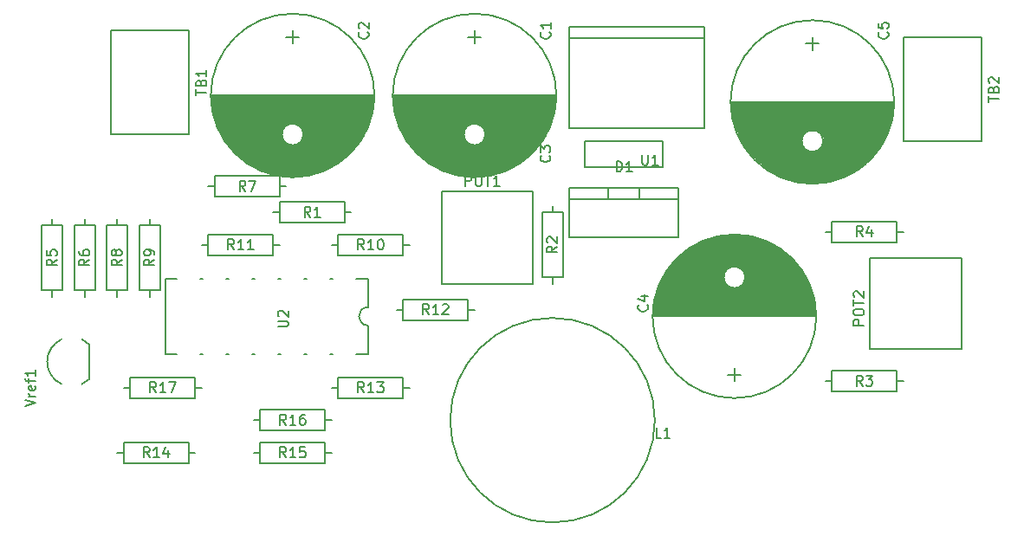
<source format=gbr>
G04 #@! TF.FileFunction,Legend,Top*
%FSLAX46Y46*%
G04 Gerber Fmt 4.6, Leading zero omitted, Abs format (unit mm)*
G04 Created by KiCad (PCBNEW 4.0.1-stable) date 12/26/16 04:16:57*
%MOMM*%
G01*
G04 APERTURE LIST*
%ADD10C,0.100000*%
%ADD11C,0.150000*%
G04 APERTURE END LIST*
D10*
D11*
X147320000Y-102235000D02*
X147320000Y-103505000D01*
X147320000Y-103505000D02*
X147320000Y-102870000D01*
X147320000Y-102870000D02*
X147955000Y-102870000D01*
X147955000Y-102870000D02*
X146685000Y-102870000D01*
X147955000Y-111379000D02*
X146812000Y-111252000D01*
X148367269Y-112395000D02*
G75*
G03X148367269Y-112395000I-1047269J0D01*
G01*
X155321000Y-108585000D02*
X139319000Y-108585000D01*
X139319000Y-108585000D02*
X139344400Y-108712000D01*
X139344400Y-108712000D02*
X155295600Y-108712000D01*
X155295600Y-108712000D02*
X155295600Y-108839000D01*
X155295600Y-108839000D02*
X139395200Y-108839000D01*
X139395200Y-108839000D02*
X139395200Y-108966000D01*
X139395200Y-108966000D02*
X155270200Y-108966000D01*
X155270200Y-108966000D02*
X155270200Y-109093000D01*
X155270200Y-109093000D02*
X139395200Y-109093000D01*
X139395200Y-109093000D02*
X139395200Y-109220000D01*
X139395200Y-109220000D02*
X155295600Y-109220000D01*
X155295600Y-109220000D02*
X155219400Y-109347000D01*
X155219400Y-109347000D02*
X139420600Y-109347000D01*
X139420600Y-109347000D02*
X139420600Y-109474000D01*
X139420600Y-109474000D02*
X155219400Y-109474000D01*
X155219400Y-109474000D02*
X155219400Y-109601000D01*
X155219400Y-109601000D02*
X139471400Y-109601000D01*
X139471400Y-109601000D02*
X139471400Y-109728000D01*
X139471400Y-109728000D02*
X155219400Y-109728000D01*
X155219400Y-109728000D02*
X155168600Y-109855000D01*
X155168600Y-109855000D02*
X139471400Y-109855000D01*
X139471400Y-109855000D02*
X139496800Y-109982000D01*
X139496800Y-109982000D02*
X155143200Y-109982000D01*
X155143200Y-109982000D02*
X155117800Y-110109000D01*
X155117800Y-110109000D02*
X139522200Y-110109000D01*
X139522200Y-110109000D02*
X139547600Y-110236000D01*
X139547600Y-110236000D02*
X155041600Y-110236000D01*
X155041600Y-110236000D02*
X155041600Y-110363000D01*
X155041600Y-110363000D02*
X139598400Y-110363000D01*
X139598400Y-110363000D02*
X139623800Y-110490000D01*
X139623800Y-110490000D02*
X155016200Y-110490000D01*
X155016200Y-110490000D02*
X155016200Y-110617000D01*
X155016200Y-110617000D02*
X139649200Y-110617000D01*
X139649200Y-110617000D02*
X139649200Y-110744000D01*
X139649200Y-110744000D02*
X154965400Y-110744000D01*
X154965400Y-110744000D02*
X154940000Y-110871000D01*
X154940000Y-110871000D02*
X139700000Y-110871000D01*
X139700000Y-110871000D02*
X139763500Y-110998000D01*
X139763500Y-110998000D02*
X154876500Y-110998000D01*
X154876500Y-110998000D02*
X154813000Y-111125000D01*
X154813000Y-111125000D02*
X139763500Y-111125000D01*
X139763500Y-111125000D02*
X139827000Y-111252000D01*
X139827000Y-111252000D02*
X154813000Y-111252000D01*
X154813000Y-111252000D02*
X154749500Y-111379000D01*
X154749500Y-111379000D02*
X147764500Y-111379000D01*
X147764500Y-111379000D02*
X147891500Y-111506000D01*
X147891500Y-111506000D02*
X154686000Y-111506000D01*
X154686000Y-111506000D02*
X154686000Y-111633000D01*
X154686000Y-111633000D02*
X148082000Y-111633000D01*
X148082000Y-111633000D02*
X148209000Y-111760000D01*
X148209000Y-111760000D02*
X154559000Y-111760000D01*
X154559000Y-111760000D02*
X154559000Y-111887000D01*
X154559000Y-111887000D02*
X148272500Y-111887000D01*
X148272500Y-111887000D02*
X148336000Y-112014000D01*
X148336000Y-112014000D02*
X154495500Y-112014000D01*
X154495500Y-112014000D02*
X154432000Y-112141000D01*
X154432000Y-112141000D02*
X148399500Y-112141000D01*
X148399500Y-112141000D02*
X148399500Y-112268000D01*
X148399500Y-112268000D02*
X154368500Y-112268000D01*
X154368500Y-112268000D02*
X154305000Y-112395000D01*
X154305000Y-112395000D02*
X148399500Y-112395000D01*
X148399500Y-112395000D02*
X148399500Y-112522000D01*
X148399500Y-112522000D02*
X154241500Y-112522000D01*
X154241500Y-112522000D02*
X154178000Y-112649000D01*
X154178000Y-112649000D02*
X148399500Y-112649000D01*
X148399500Y-112649000D02*
X148336000Y-112776000D01*
X148336000Y-112776000D02*
X154051000Y-112776000D01*
X154051000Y-112776000D02*
X153987500Y-112903000D01*
X153987500Y-112903000D02*
X148272500Y-112903000D01*
X148272500Y-112903000D02*
X148209000Y-113030000D01*
X148209000Y-113030000D02*
X153924000Y-113030000D01*
X153924000Y-113030000D02*
X153797000Y-113157000D01*
X153797000Y-113157000D02*
X148082000Y-113157000D01*
X148082000Y-113157000D02*
X147891500Y-113284000D01*
X147891500Y-113284000D02*
X153733500Y-113284000D01*
X153733500Y-113284000D02*
X153606500Y-113411000D01*
X153606500Y-113411000D02*
X147637500Y-113411000D01*
X147637500Y-113411000D02*
X147637500Y-113538000D01*
X147637500Y-113538000D02*
X153543000Y-113538000D01*
X153543000Y-113538000D02*
X153416000Y-113665000D01*
X153416000Y-113665000D02*
X141224000Y-113665000D01*
X141224000Y-113665000D02*
X141287500Y-113792000D01*
X141287500Y-113792000D02*
X153289000Y-113792000D01*
X153289000Y-113792000D02*
X153225500Y-113919000D01*
X153225500Y-113919000D02*
X141414500Y-113919000D01*
X141414500Y-113919000D02*
X141541500Y-114046000D01*
X141541500Y-114046000D02*
X153098500Y-114046000D01*
X153098500Y-114046000D02*
X152971500Y-114173000D01*
X152971500Y-114173000D02*
X141732000Y-114173000D01*
X141732000Y-114173000D02*
X141795500Y-114300000D01*
X141795500Y-114300000D02*
X152844500Y-114300000D01*
X152844500Y-114300000D02*
X152781000Y-114427000D01*
X152781000Y-114427000D02*
X141986000Y-114427000D01*
X141986000Y-114427000D02*
X142049500Y-114554000D01*
X142049500Y-114554000D02*
X152590500Y-114554000D01*
X152590500Y-114554000D02*
X152463500Y-114681000D01*
X152463500Y-114681000D02*
X142303500Y-114681000D01*
X142303500Y-114681000D02*
X142367000Y-114808000D01*
X142367000Y-114808000D02*
X152273000Y-114808000D01*
X152273000Y-114808000D02*
X152146000Y-114935000D01*
X152146000Y-114935000D02*
X142494000Y-114935000D01*
X142494000Y-114935000D02*
X142748000Y-115062000D01*
X142748000Y-115062000D02*
X151892000Y-115062000D01*
X151892000Y-115062000D02*
X151765000Y-115189000D01*
X151765000Y-115189000D02*
X142875000Y-115189000D01*
X142875000Y-115189000D02*
X143065500Y-115316000D01*
X143065500Y-115316000D02*
X151574500Y-115316000D01*
X151574500Y-115316000D02*
X151384000Y-115443000D01*
X151384000Y-115443000D02*
X143319500Y-115443000D01*
X143319500Y-115443000D02*
X143510000Y-115570000D01*
X143510000Y-115570000D02*
X151130000Y-115570000D01*
X151130000Y-115570000D02*
X150876000Y-115697000D01*
X150876000Y-115697000D02*
X143764000Y-115697000D01*
X143764000Y-115697000D02*
X144018000Y-115824000D01*
X144018000Y-115824000D02*
X150622000Y-115824000D01*
X150622000Y-115824000D02*
X150304500Y-115951000D01*
X150304500Y-115951000D02*
X144335500Y-115951000D01*
X144335500Y-115951000D02*
X144589500Y-116078000D01*
X144589500Y-116078000D02*
X149987000Y-116078000D01*
X149987000Y-116078000D02*
X149606000Y-116205000D01*
X149606000Y-116205000D02*
X145034000Y-116205000D01*
X145034000Y-116205000D02*
X145415000Y-116332000D01*
X145415000Y-116332000D02*
X149098000Y-116332000D01*
X149098000Y-116332000D02*
X148590000Y-116459000D01*
X148590000Y-116459000D02*
X146050000Y-116459000D01*
X146050000Y-116459000D02*
X147574000Y-113538000D01*
X147574000Y-113538000D02*
X141224000Y-113538000D01*
X141224000Y-113538000D02*
X141033500Y-113411000D01*
X141033500Y-113411000D02*
X146939000Y-113411000D01*
X146939000Y-113411000D02*
X146748500Y-113284000D01*
X146748500Y-113284000D02*
X140906500Y-113284000D01*
X140906500Y-113284000D02*
X140779500Y-113157000D01*
X140779500Y-113157000D02*
X146558000Y-113157000D01*
X146558000Y-113157000D02*
X146494500Y-113030000D01*
X146494500Y-113030000D02*
X140779500Y-113030000D01*
X140779500Y-113030000D02*
X140652500Y-112903000D01*
X140652500Y-112903000D02*
X146367500Y-112903000D01*
X146367500Y-112903000D02*
X146304000Y-112776000D01*
X146304000Y-112776000D02*
X140589000Y-112776000D01*
X140589000Y-112776000D02*
X140525500Y-112649000D01*
X140525500Y-112649000D02*
X146240500Y-112649000D01*
X146240500Y-112649000D02*
X146240500Y-112522000D01*
X146240500Y-112522000D02*
X140398500Y-112522000D01*
X140398500Y-112522000D02*
X140335000Y-112395000D01*
X140335000Y-112395000D02*
X146240500Y-112395000D01*
X146240500Y-112395000D02*
X146240500Y-112268000D01*
X146240500Y-112268000D02*
X140271500Y-112268000D01*
X140271500Y-112268000D02*
X140208000Y-112141000D01*
X140208000Y-112141000D02*
X146304000Y-112141000D01*
X146304000Y-112141000D02*
X146304000Y-112014000D01*
X146304000Y-112014000D02*
X140144500Y-112014000D01*
X140144500Y-112014000D02*
X140081000Y-111887000D01*
X140081000Y-111887000D02*
X146367500Y-111887000D01*
X146367500Y-111887000D02*
X146431000Y-111760000D01*
X146431000Y-111760000D02*
X140081000Y-111760000D01*
X140081000Y-111760000D02*
X140017500Y-111633000D01*
X140017500Y-111633000D02*
X146558000Y-111633000D01*
X146558000Y-111633000D02*
X146748500Y-111506000D01*
X146748500Y-111506000D02*
X139954000Y-111506000D01*
X139954000Y-111506000D02*
X139890500Y-111379000D01*
X139890500Y-111379000D02*
X146875500Y-111379000D01*
X155320000Y-108585000D02*
G75*
G03X155320000Y-108585000I-8000000J0D01*
G01*
X129540000Y-102235000D02*
X129540000Y-103505000D01*
X129540000Y-103505000D02*
X129540000Y-102870000D01*
X129540000Y-102870000D02*
X130175000Y-102870000D01*
X130175000Y-102870000D02*
X128905000Y-102870000D01*
X130175000Y-111379000D02*
X129032000Y-111252000D01*
X130587269Y-112395000D02*
G75*
G03X130587269Y-112395000I-1047269J0D01*
G01*
X137541000Y-108585000D02*
X121539000Y-108585000D01*
X121539000Y-108585000D02*
X121564400Y-108712000D01*
X121564400Y-108712000D02*
X137515600Y-108712000D01*
X137515600Y-108712000D02*
X137515600Y-108839000D01*
X137515600Y-108839000D02*
X121615200Y-108839000D01*
X121615200Y-108839000D02*
X121615200Y-108966000D01*
X121615200Y-108966000D02*
X137490200Y-108966000D01*
X137490200Y-108966000D02*
X137490200Y-109093000D01*
X137490200Y-109093000D02*
X121615200Y-109093000D01*
X121615200Y-109093000D02*
X121615200Y-109220000D01*
X121615200Y-109220000D02*
X137515600Y-109220000D01*
X137515600Y-109220000D02*
X137439400Y-109347000D01*
X137439400Y-109347000D02*
X121640600Y-109347000D01*
X121640600Y-109347000D02*
X121640600Y-109474000D01*
X121640600Y-109474000D02*
X137439400Y-109474000D01*
X137439400Y-109474000D02*
X137439400Y-109601000D01*
X137439400Y-109601000D02*
X121691400Y-109601000D01*
X121691400Y-109601000D02*
X121691400Y-109728000D01*
X121691400Y-109728000D02*
X137439400Y-109728000D01*
X137439400Y-109728000D02*
X137388600Y-109855000D01*
X137388600Y-109855000D02*
X121691400Y-109855000D01*
X121691400Y-109855000D02*
X121716800Y-109982000D01*
X121716800Y-109982000D02*
X137363200Y-109982000D01*
X137363200Y-109982000D02*
X137337800Y-110109000D01*
X137337800Y-110109000D02*
X121742200Y-110109000D01*
X121742200Y-110109000D02*
X121767600Y-110236000D01*
X121767600Y-110236000D02*
X137261600Y-110236000D01*
X137261600Y-110236000D02*
X137261600Y-110363000D01*
X137261600Y-110363000D02*
X121818400Y-110363000D01*
X121818400Y-110363000D02*
X121843800Y-110490000D01*
X121843800Y-110490000D02*
X137236200Y-110490000D01*
X137236200Y-110490000D02*
X137236200Y-110617000D01*
X137236200Y-110617000D02*
X121869200Y-110617000D01*
X121869200Y-110617000D02*
X121869200Y-110744000D01*
X121869200Y-110744000D02*
X137185400Y-110744000D01*
X137185400Y-110744000D02*
X137160000Y-110871000D01*
X137160000Y-110871000D02*
X121920000Y-110871000D01*
X121920000Y-110871000D02*
X121983500Y-110998000D01*
X121983500Y-110998000D02*
X137096500Y-110998000D01*
X137096500Y-110998000D02*
X137033000Y-111125000D01*
X137033000Y-111125000D02*
X121983500Y-111125000D01*
X121983500Y-111125000D02*
X122047000Y-111252000D01*
X122047000Y-111252000D02*
X137033000Y-111252000D01*
X137033000Y-111252000D02*
X136969500Y-111379000D01*
X136969500Y-111379000D02*
X129984500Y-111379000D01*
X129984500Y-111379000D02*
X130111500Y-111506000D01*
X130111500Y-111506000D02*
X136906000Y-111506000D01*
X136906000Y-111506000D02*
X136906000Y-111633000D01*
X136906000Y-111633000D02*
X130302000Y-111633000D01*
X130302000Y-111633000D02*
X130429000Y-111760000D01*
X130429000Y-111760000D02*
X136779000Y-111760000D01*
X136779000Y-111760000D02*
X136779000Y-111887000D01*
X136779000Y-111887000D02*
X130492500Y-111887000D01*
X130492500Y-111887000D02*
X130556000Y-112014000D01*
X130556000Y-112014000D02*
X136715500Y-112014000D01*
X136715500Y-112014000D02*
X136652000Y-112141000D01*
X136652000Y-112141000D02*
X130619500Y-112141000D01*
X130619500Y-112141000D02*
X130619500Y-112268000D01*
X130619500Y-112268000D02*
X136588500Y-112268000D01*
X136588500Y-112268000D02*
X136525000Y-112395000D01*
X136525000Y-112395000D02*
X130619500Y-112395000D01*
X130619500Y-112395000D02*
X130619500Y-112522000D01*
X130619500Y-112522000D02*
X136461500Y-112522000D01*
X136461500Y-112522000D02*
X136398000Y-112649000D01*
X136398000Y-112649000D02*
X130619500Y-112649000D01*
X130619500Y-112649000D02*
X130556000Y-112776000D01*
X130556000Y-112776000D02*
X136271000Y-112776000D01*
X136271000Y-112776000D02*
X136207500Y-112903000D01*
X136207500Y-112903000D02*
X130492500Y-112903000D01*
X130492500Y-112903000D02*
X130429000Y-113030000D01*
X130429000Y-113030000D02*
X136144000Y-113030000D01*
X136144000Y-113030000D02*
X136017000Y-113157000D01*
X136017000Y-113157000D02*
X130302000Y-113157000D01*
X130302000Y-113157000D02*
X130111500Y-113284000D01*
X130111500Y-113284000D02*
X135953500Y-113284000D01*
X135953500Y-113284000D02*
X135826500Y-113411000D01*
X135826500Y-113411000D02*
X129857500Y-113411000D01*
X129857500Y-113411000D02*
X129857500Y-113538000D01*
X129857500Y-113538000D02*
X135763000Y-113538000D01*
X135763000Y-113538000D02*
X135636000Y-113665000D01*
X135636000Y-113665000D02*
X123444000Y-113665000D01*
X123444000Y-113665000D02*
X123507500Y-113792000D01*
X123507500Y-113792000D02*
X135509000Y-113792000D01*
X135509000Y-113792000D02*
X135445500Y-113919000D01*
X135445500Y-113919000D02*
X123634500Y-113919000D01*
X123634500Y-113919000D02*
X123761500Y-114046000D01*
X123761500Y-114046000D02*
X135318500Y-114046000D01*
X135318500Y-114046000D02*
X135191500Y-114173000D01*
X135191500Y-114173000D02*
X123952000Y-114173000D01*
X123952000Y-114173000D02*
X124015500Y-114300000D01*
X124015500Y-114300000D02*
X135064500Y-114300000D01*
X135064500Y-114300000D02*
X135001000Y-114427000D01*
X135001000Y-114427000D02*
X124206000Y-114427000D01*
X124206000Y-114427000D02*
X124269500Y-114554000D01*
X124269500Y-114554000D02*
X134810500Y-114554000D01*
X134810500Y-114554000D02*
X134683500Y-114681000D01*
X134683500Y-114681000D02*
X124523500Y-114681000D01*
X124523500Y-114681000D02*
X124587000Y-114808000D01*
X124587000Y-114808000D02*
X134493000Y-114808000D01*
X134493000Y-114808000D02*
X134366000Y-114935000D01*
X134366000Y-114935000D02*
X124714000Y-114935000D01*
X124714000Y-114935000D02*
X124968000Y-115062000D01*
X124968000Y-115062000D02*
X134112000Y-115062000D01*
X134112000Y-115062000D02*
X133985000Y-115189000D01*
X133985000Y-115189000D02*
X125095000Y-115189000D01*
X125095000Y-115189000D02*
X125285500Y-115316000D01*
X125285500Y-115316000D02*
X133794500Y-115316000D01*
X133794500Y-115316000D02*
X133604000Y-115443000D01*
X133604000Y-115443000D02*
X125539500Y-115443000D01*
X125539500Y-115443000D02*
X125730000Y-115570000D01*
X125730000Y-115570000D02*
X133350000Y-115570000D01*
X133350000Y-115570000D02*
X133096000Y-115697000D01*
X133096000Y-115697000D02*
X125984000Y-115697000D01*
X125984000Y-115697000D02*
X126238000Y-115824000D01*
X126238000Y-115824000D02*
X132842000Y-115824000D01*
X132842000Y-115824000D02*
X132524500Y-115951000D01*
X132524500Y-115951000D02*
X126555500Y-115951000D01*
X126555500Y-115951000D02*
X126809500Y-116078000D01*
X126809500Y-116078000D02*
X132207000Y-116078000D01*
X132207000Y-116078000D02*
X131826000Y-116205000D01*
X131826000Y-116205000D02*
X127254000Y-116205000D01*
X127254000Y-116205000D02*
X127635000Y-116332000D01*
X127635000Y-116332000D02*
X131318000Y-116332000D01*
X131318000Y-116332000D02*
X130810000Y-116459000D01*
X130810000Y-116459000D02*
X128270000Y-116459000D01*
X128270000Y-116459000D02*
X129794000Y-113538000D01*
X129794000Y-113538000D02*
X123444000Y-113538000D01*
X123444000Y-113538000D02*
X123253500Y-113411000D01*
X123253500Y-113411000D02*
X129159000Y-113411000D01*
X129159000Y-113411000D02*
X128968500Y-113284000D01*
X128968500Y-113284000D02*
X123126500Y-113284000D01*
X123126500Y-113284000D02*
X122999500Y-113157000D01*
X122999500Y-113157000D02*
X128778000Y-113157000D01*
X128778000Y-113157000D02*
X128714500Y-113030000D01*
X128714500Y-113030000D02*
X122999500Y-113030000D01*
X122999500Y-113030000D02*
X122872500Y-112903000D01*
X122872500Y-112903000D02*
X128587500Y-112903000D01*
X128587500Y-112903000D02*
X128524000Y-112776000D01*
X128524000Y-112776000D02*
X122809000Y-112776000D01*
X122809000Y-112776000D02*
X122745500Y-112649000D01*
X122745500Y-112649000D02*
X128460500Y-112649000D01*
X128460500Y-112649000D02*
X128460500Y-112522000D01*
X128460500Y-112522000D02*
X122618500Y-112522000D01*
X122618500Y-112522000D02*
X122555000Y-112395000D01*
X122555000Y-112395000D02*
X128460500Y-112395000D01*
X128460500Y-112395000D02*
X128460500Y-112268000D01*
X128460500Y-112268000D02*
X122491500Y-112268000D01*
X122491500Y-112268000D02*
X122428000Y-112141000D01*
X122428000Y-112141000D02*
X128524000Y-112141000D01*
X128524000Y-112141000D02*
X128524000Y-112014000D01*
X128524000Y-112014000D02*
X122364500Y-112014000D01*
X122364500Y-112014000D02*
X122301000Y-111887000D01*
X122301000Y-111887000D02*
X128587500Y-111887000D01*
X128587500Y-111887000D02*
X128651000Y-111760000D01*
X128651000Y-111760000D02*
X122301000Y-111760000D01*
X122301000Y-111760000D02*
X122237500Y-111633000D01*
X122237500Y-111633000D02*
X128778000Y-111633000D01*
X128778000Y-111633000D02*
X128968500Y-111506000D01*
X128968500Y-111506000D02*
X122174000Y-111506000D01*
X122174000Y-111506000D02*
X122110500Y-111379000D01*
X122110500Y-111379000D02*
X129095500Y-111379000D01*
X137540000Y-108585000D02*
G75*
G03X137540000Y-108585000I-8000000J0D01*
G01*
X163195000Y-113030000D02*
X165735000Y-113030000D01*
X165735000Y-113030000D02*
X165735000Y-115570000D01*
X165735000Y-115570000D02*
X163195000Y-115570000D01*
X160655000Y-115570000D02*
X158115000Y-115570000D01*
X158115000Y-115570000D02*
X158115000Y-113030000D01*
X158115000Y-113030000D02*
X160655000Y-113030000D01*
X160655000Y-113030000D02*
X163195000Y-113030000D01*
X160655000Y-115570000D02*
X163195000Y-115570000D01*
X172720000Y-136525000D02*
X172720000Y-135255000D01*
X172720000Y-135255000D02*
X172720000Y-135890000D01*
X172720000Y-135890000D02*
X172085000Y-135890000D01*
X172085000Y-135890000D02*
X173355000Y-135890000D01*
X172085000Y-127381000D02*
X173228000Y-127508000D01*
X173767269Y-126365000D02*
G75*
G03X173767269Y-126365000I-1047269J0D01*
G01*
X164719000Y-130175000D02*
X180721000Y-130175000D01*
X180721000Y-130175000D02*
X180695600Y-130048000D01*
X180695600Y-130048000D02*
X164744400Y-130048000D01*
X164744400Y-130048000D02*
X164744400Y-129921000D01*
X164744400Y-129921000D02*
X180644800Y-129921000D01*
X180644800Y-129921000D02*
X180644800Y-129794000D01*
X180644800Y-129794000D02*
X164769800Y-129794000D01*
X164769800Y-129794000D02*
X164769800Y-129667000D01*
X164769800Y-129667000D02*
X180644800Y-129667000D01*
X180644800Y-129667000D02*
X180644800Y-129540000D01*
X180644800Y-129540000D02*
X164744400Y-129540000D01*
X164744400Y-129540000D02*
X164820600Y-129413000D01*
X164820600Y-129413000D02*
X180619400Y-129413000D01*
X180619400Y-129413000D02*
X180619400Y-129286000D01*
X180619400Y-129286000D02*
X164820600Y-129286000D01*
X164820600Y-129286000D02*
X164820600Y-129159000D01*
X164820600Y-129159000D02*
X180568600Y-129159000D01*
X180568600Y-129159000D02*
X180568600Y-129032000D01*
X180568600Y-129032000D02*
X164820600Y-129032000D01*
X164820600Y-129032000D02*
X164871400Y-128905000D01*
X164871400Y-128905000D02*
X180568600Y-128905000D01*
X180568600Y-128905000D02*
X180543200Y-128778000D01*
X180543200Y-128778000D02*
X164896800Y-128778000D01*
X164896800Y-128778000D02*
X164922200Y-128651000D01*
X164922200Y-128651000D02*
X180517800Y-128651000D01*
X180517800Y-128651000D02*
X180492400Y-128524000D01*
X180492400Y-128524000D02*
X164998400Y-128524000D01*
X164998400Y-128524000D02*
X164998400Y-128397000D01*
X164998400Y-128397000D02*
X180441600Y-128397000D01*
X180441600Y-128397000D02*
X180416200Y-128270000D01*
X180416200Y-128270000D02*
X165023800Y-128270000D01*
X165023800Y-128270000D02*
X165023800Y-128143000D01*
X165023800Y-128143000D02*
X180390800Y-128143000D01*
X180390800Y-128143000D02*
X180390800Y-128016000D01*
X180390800Y-128016000D02*
X165074600Y-128016000D01*
X165074600Y-128016000D02*
X165100000Y-127889000D01*
X165100000Y-127889000D02*
X180340000Y-127889000D01*
X180340000Y-127889000D02*
X180276500Y-127762000D01*
X180276500Y-127762000D02*
X165163500Y-127762000D01*
X165163500Y-127762000D02*
X165227000Y-127635000D01*
X165227000Y-127635000D02*
X180276500Y-127635000D01*
X180276500Y-127635000D02*
X180213000Y-127508000D01*
X180213000Y-127508000D02*
X165227000Y-127508000D01*
X165227000Y-127508000D02*
X165290500Y-127381000D01*
X165290500Y-127381000D02*
X172275500Y-127381000D01*
X172275500Y-127381000D02*
X172148500Y-127254000D01*
X172148500Y-127254000D02*
X165354000Y-127254000D01*
X165354000Y-127254000D02*
X165354000Y-127127000D01*
X165354000Y-127127000D02*
X171958000Y-127127000D01*
X171958000Y-127127000D02*
X171831000Y-127000000D01*
X171831000Y-127000000D02*
X165481000Y-127000000D01*
X165481000Y-127000000D02*
X165481000Y-126873000D01*
X165481000Y-126873000D02*
X171767500Y-126873000D01*
X171767500Y-126873000D02*
X171704000Y-126746000D01*
X171704000Y-126746000D02*
X165544500Y-126746000D01*
X165544500Y-126746000D02*
X165608000Y-126619000D01*
X165608000Y-126619000D02*
X171640500Y-126619000D01*
X171640500Y-126619000D02*
X171640500Y-126492000D01*
X171640500Y-126492000D02*
X165671500Y-126492000D01*
X165671500Y-126492000D02*
X165735000Y-126365000D01*
X165735000Y-126365000D02*
X171640500Y-126365000D01*
X171640500Y-126365000D02*
X171640500Y-126238000D01*
X171640500Y-126238000D02*
X165798500Y-126238000D01*
X165798500Y-126238000D02*
X165862000Y-126111000D01*
X165862000Y-126111000D02*
X171640500Y-126111000D01*
X171640500Y-126111000D02*
X171704000Y-125984000D01*
X171704000Y-125984000D02*
X165989000Y-125984000D01*
X165989000Y-125984000D02*
X166052500Y-125857000D01*
X166052500Y-125857000D02*
X171767500Y-125857000D01*
X171767500Y-125857000D02*
X171831000Y-125730000D01*
X171831000Y-125730000D02*
X166116000Y-125730000D01*
X166116000Y-125730000D02*
X166243000Y-125603000D01*
X166243000Y-125603000D02*
X171958000Y-125603000D01*
X171958000Y-125603000D02*
X172148500Y-125476000D01*
X172148500Y-125476000D02*
X166306500Y-125476000D01*
X166306500Y-125476000D02*
X166433500Y-125349000D01*
X166433500Y-125349000D02*
X172402500Y-125349000D01*
X172402500Y-125349000D02*
X172402500Y-125222000D01*
X172402500Y-125222000D02*
X166497000Y-125222000D01*
X166497000Y-125222000D02*
X166624000Y-125095000D01*
X166624000Y-125095000D02*
X178816000Y-125095000D01*
X178816000Y-125095000D02*
X178752500Y-124968000D01*
X178752500Y-124968000D02*
X166751000Y-124968000D01*
X166751000Y-124968000D02*
X166814500Y-124841000D01*
X166814500Y-124841000D02*
X178625500Y-124841000D01*
X178625500Y-124841000D02*
X178498500Y-124714000D01*
X178498500Y-124714000D02*
X166941500Y-124714000D01*
X166941500Y-124714000D02*
X167068500Y-124587000D01*
X167068500Y-124587000D02*
X178308000Y-124587000D01*
X178308000Y-124587000D02*
X178244500Y-124460000D01*
X178244500Y-124460000D02*
X167195500Y-124460000D01*
X167195500Y-124460000D02*
X167259000Y-124333000D01*
X167259000Y-124333000D02*
X178054000Y-124333000D01*
X178054000Y-124333000D02*
X177990500Y-124206000D01*
X177990500Y-124206000D02*
X167449500Y-124206000D01*
X167449500Y-124206000D02*
X167576500Y-124079000D01*
X167576500Y-124079000D02*
X177736500Y-124079000D01*
X177736500Y-124079000D02*
X177673000Y-123952000D01*
X177673000Y-123952000D02*
X167767000Y-123952000D01*
X167767000Y-123952000D02*
X167894000Y-123825000D01*
X167894000Y-123825000D02*
X177546000Y-123825000D01*
X177546000Y-123825000D02*
X177292000Y-123698000D01*
X177292000Y-123698000D02*
X168148000Y-123698000D01*
X168148000Y-123698000D02*
X168275000Y-123571000D01*
X168275000Y-123571000D02*
X177165000Y-123571000D01*
X177165000Y-123571000D02*
X176974500Y-123444000D01*
X176974500Y-123444000D02*
X168465500Y-123444000D01*
X168465500Y-123444000D02*
X168656000Y-123317000D01*
X168656000Y-123317000D02*
X176720500Y-123317000D01*
X176720500Y-123317000D02*
X176530000Y-123190000D01*
X176530000Y-123190000D02*
X168910000Y-123190000D01*
X168910000Y-123190000D02*
X169164000Y-123063000D01*
X169164000Y-123063000D02*
X176276000Y-123063000D01*
X176276000Y-123063000D02*
X176022000Y-122936000D01*
X176022000Y-122936000D02*
X169418000Y-122936000D01*
X169418000Y-122936000D02*
X169735500Y-122809000D01*
X169735500Y-122809000D02*
X175704500Y-122809000D01*
X175704500Y-122809000D02*
X175450500Y-122682000D01*
X175450500Y-122682000D02*
X170053000Y-122682000D01*
X170053000Y-122682000D02*
X170434000Y-122555000D01*
X170434000Y-122555000D02*
X175006000Y-122555000D01*
X175006000Y-122555000D02*
X174625000Y-122428000D01*
X174625000Y-122428000D02*
X170942000Y-122428000D01*
X170942000Y-122428000D02*
X171450000Y-122301000D01*
X171450000Y-122301000D02*
X173990000Y-122301000D01*
X173990000Y-122301000D02*
X172466000Y-125222000D01*
X172466000Y-125222000D02*
X178816000Y-125222000D01*
X178816000Y-125222000D02*
X179006500Y-125349000D01*
X179006500Y-125349000D02*
X173101000Y-125349000D01*
X173101000Y-125349000D02*
X173291500Y-125476000D01*
X173291500Y-125476000D02*
X179133500Y-125476000D01*
X179133500Y-125476000D02*
X179260500Y-125603000D01*
X179260500Y-125603000D02*
X173482000Y-125603000D01*
X173482000Y-125603000D02*
X173545500Y-125730000D01*
X173545500Y-125730000D02*
X179260500Y-125730000D01*
X179260500Y-125730000D02*
X179387500Y-125857000D01*
X179387500Y-125857000D02*
X173672500Y-125857000D01*
X173672500Y-125857000D02*
X173736000Y-125984000D01*
X173736000Y-125984000D02*
X179451000Y-125984000D01*
X179451000Y-125984000D02*
X179514500Y-126111000D01*
X179514500Y-126111000D02*
X173799500Y-126111000D01*
X173799500Y-126111000D02*
X173799500Y-126238000D01*
X173799500Y-126238000D02*
X179641500Y-126238000D01*
X179641500Y-126238000D02*
X179705000Y-126365000D01*
X179705000Y-126365000D02*
X173799500Y-126365000D01*
X173799500Y-126365000D02*
X173799500Y-126492000D01*
X173799500Y-126492000D02*
X179768500Y-126492000D01*
X179768500Y-126492000D02*
X179832000Y-126619000D01*
X179832000Y-126619000D02*
X173736000Y-126619000D01*
X173736000Y-126619000D02*
X173736000Y-126746000D01*
X173736000Y-126746000D02*
X179895500Y-126746000D01*
X179895500Y-126746000D02*
X179959000Y-126873000D01*
X179959000Y-126873000D02*
X173672500Y-126873000D01*
X173672500Y-126873000D02*
X173609000Y-127000000D01*
X173609000Y-127000000D02*
X179959000Y-127000000D01*
X179959000Y-127000000D02*
X180022500Y-127127000D01*
X180022500Y-127127000D02*
X173482000Y-127127000D01*
X173482000Y-127127000D02*
X173291500Y-127254000D01*
X173291500Y-127254000D02*
X180086000Y-127254000D01*
X180086000Y-127254000D02*
X180149500Y-127381000D01*
X180149500Y-127381000D02*
X173164500Y-127381000D01*
X180720000Y-130175000D02*
G75*
G03X180720000Y-130175000I-8000000J0D01*
G01*
X180340000Y-102870000D02*
X180340000Y-104140000D01*
X180340000Y-104140000D02*
X180340000Y-103505000D01*
X180340000Y-103505000D02*
X180975000Y-103505000D01*
X180975000Y-103505000D02*
X179705000Y-103505000D01*
X180975000Y-112014000D02*
X179832000Y-111887000D01*
X181387269Y-113030000D02*
G75*
G03X181387269Y-113030000I-1047269J0D01*
G01*
X188341000Y-109220000D02*
X172339000Y-109220000D01*
X172339000Y-109220000D02*
X172364400Y-109347000D01*
X172364400Y-109347000D02*
X188315600Y-109347000D01*
X188315600Y-109347000D02*
X188315600Y-109474000D01*
X188315600Y-109474000D02*
X172415200Y-109474000D01*
X172415200Y-109474000D02*
X172415200Y-109601000D01*
X172415200Y-109601000D02*
X188290200Y-109601000D01*
X188290200Y-109601000D02*
X188290200Y-109728000D01*
X188290200Y-109728000D02*
X172415200Y-109728000D01*
X172415200Y-109728000D02*
X172415200Y-109855000D01*
X172415200Y-109855000D02*
X188315600Y-109855000D01*
X188315600Y-109855000D02*
X188239400Y-109982000D01*
X188239400Y-109982000D02*
X172440600Y-109982000D01*
X172440600Y-109982000D02*
X172440600Y-110109000D01*
X172440600Y-110109000D02*
X188239400Y-110109000D01*
X188239400Y-110109000D02*
X188239400Y-110236000D01*
X188239400Y-110236000D02*
X172491400Y-110236000D01*
X172491400Y-110236000D02*
X172491400Y-110363000D01*
X172491400Y-110363000D02*
X188239400Y-110363000D01*
X188239400Y-110363000D02*
X188188600Y-110490000D01*
X188188600Y-110490000D02*
X172491400Y-110490000D01*
X172491400Y-110490000D02*
X172516800Y-110617000D01*
X172516800Y-110617000D02*
X188163200Y-110617000D01*
X188163200Y-110617000D02*
X188137800Y-110744000D01*
X188137800Y-110744000D02*
X172542200Y-110744000D01*
X172542200Y-110744000D02*
X172567600Y-110871000D01*
X172567600Y-110871000D02*
X188061600Y-110871000D01*
X188061600Y-110871000D02*
X188061600Y-110998000D01*
X188061600Y-110998000D02*
X172618400Y-110998000D01*
X172618400Y-110998000D02*
X172643800Y-111125000D01*
X172643800Y-111125000D02*
X188036200Y-111125000D01*
X188036200Y-111125000D02*
X188036200Y-111252000D01*
X188036200Y-111252000D02*
X172669200Y-111252000D01*
X172669200Y-111252000D02*
X172669200Y-111379000D01*
X172669200Y-111379000D02*
X187985400Y-111379000D01*
X187985400Y-111379000D02*
X187960000Y-111506000D01*
X187960000Y-111506000D02*
X172720000Y-111506000D01*
X172720000Y-111506000D02*
X172783500Y-111633000D01*
X172783500Y-111633000D02*
X187896500Y-111633000D01*
X187896500Y-111633000D02*
X187833000Y-111760000D01*
X187833000Y-111760000D02*
X172783500Y-111760000D01*
X172783500Y-111760000D02*
X172847000Y-111887000D01*
X172847000Y-111887000D02*
X187833000Y-111887000D01*
X187833000Y-111887000D02*
X187769500Y-112014000D01*
X187769500Y-112014000D02*
X180784500Y-112014000D01*
X180784500Y-112014000D02*
X180911500Y-112141000D01*
X180911500Y-112141000D02*
X187706000Y-112141000D01*
X187706000Y-112141000D02*
X187706000Y-112268000D01*
X187706000Y-112268000D02*
X181102000Y-112268000D01*
X181102000Y-112268000D02*
X181229000Y-112395000D01*
X181229000Y-112395000D02*
X187579000Y-112395000D01*
X187579000Y-112395000D02*
X187579000Y-112522000D01*
X187579000Y-112522000D02*
X181292500Y-112522000D01*
X181292500Y-112522000D02*
X181356000Y-112649000D01*
X181356000Y-112649000D02*
X187515500Y-112649000D01*
X187515500Y-112649000D02*
X187452000Y-112776000D01*
X187452000Y-112776000D02*
X181419500Y-112776000D01*
X181419500Y-112776000D02*
X181419500Y-112903000D01*
X181419500Y-112903000D02*
X187388500Y-112903000D01*
X187388500Y-112903000D02*
X187325000Y-113030000D01*
X187325000Y-113030000D02*
X181419500Y-113030000D01*
X181419500Y-113030000D02*
X181419500Y-113157000D01*
X181419500Y-113157000D02*
X187261500Y-113157000D01*
X187261500Y-113157000D02*
X187198000Y-113284000D01*
X187198000Y-113284000D02*
X181419500Y-113284000D01*
X181419500Y-113284000D02*
X181356000Y-113411000D01*
X181356000Y-113411000D02*
X187071000Y-113411000D01*
X187071000Y-113411000D02*
X187007500Y-113538000D01*
X187007500Y-113538000D02*
X181292500Y-113538000D01*
X181292500Y-113538000D02*
X181229000Y-113665000D01*
X181229000Y-113665000D02*
X186944000Y-113665000D01*
X186944000Y-113665000D02*
X186817000Y-113792000D01*
X186817000Y-113792000D02*
X181102000Y-113792000D01*
X181102000Y-113792000D02*
X180911500Y-113919000D01*
X180911500Y-113919000D02*
X186753500Y-113919000D01*
X186753500Y-113919000D02*
X186626500Y-114046000D01*
X186626500Y-114046000D02*
X180657500Y-114046000D01*
X180657500Y-114046000D02*
X180657500Y-114173000D01*
X180657500Y-114173000D02*
X186563000Y-114173000D01*
X186563000Y-114173000D02*
X186436000Y-114300000D01*
X186436000Y-114300000D02*
X174244000Y-114300000D01*
X174244000Y-114300000D02*
X174307500Y-114427000D01*
X174307500Y-114427000D02*
X186309000Y-114427000D01*
X186309000Y-114427000D02*
X186245500Y-114554000D01*
X186245500Y-114554000D02*
X174434500Y-114554000D01*
X174434500Y-114554000D02*
X174561500Y-114681000D01*
X174561500Y-114681000D02*
X186118500Y-114681000D01*
X186118500Y-114681000D02*
X185991500Y-114808000D01*
X185991500Y-114808000D02*
X174752000Y-114808000D01*
X174752000Y-114808000D02*
X174815500Y-114935000D01*
X174815500Y-114935000D02*
X185864500Y-114935000D01*
X185864500Y-114935000D02*
X185801000Y-115062000D01*
X185801000Y-115062000D02*
X175006000Y-115062000D01*
X175006000Y-115062000D02*
X175069500Y-115189000D01*
X175069500Y-115189000D02*
X185610500Y-115189000D01*
X185610500Y-115189000D02*
X185483500Y-115316000D01*
X185483500Y-115316000D02*
X175323500Y-115316000D01*
X175323500Y-115316000D02*
X175387000Y-115443000D01*
X175387000Y-115443000D02*
X185293000Y-115443000D01*
X185293000Y-115443000D02*
X185166000Y-115570000D01*
X185166000Y-115570000D02*
X175514000Y-115570000D01*
X175514000Y-115570000D02*
X175768000Y-115697000D01*
X175768000Y-115697000D02*
X184912000Y-115697000D01*
X184912000Y-115697000D02*
X184785000Y-115824000D01*
X184785000Y-115824000D02*
X175895000Y-115824000D01*
X175895000Y-115824000D02*
X176085500Y-115951000D01*
X176085500Y-115951000D02*
X184594500Y-115951000D01*
X184594500Y-115951000D02*
X184404000Y-116078000D01*
X184404000Y-116078000D02*
X176339500Y-116078000D01*
X176339500Y-116078000D02*
X176530000Y-116205000D01*
X176530000Y-116205000D02*
X184150000Y-116205000D01*
X184150000Y-116205000D02*
X183896000Y-116332000D01*
X183896000Y-116332000D02*
X176784000Y-116332000D01*
X176784000Y-116332000D02*
X177038000Y-116459000D01*
X177038000Y-116459000D02*
X183642000Y-116459000D01*
X183642000Y-116459000D02*
X183324500Y-116586000D01*
X183324500Y-116586000D02*
X177355500Y-116586000D01*
X177355500Y-116586000D02*
X177609500Y-116713000D01*
X177609500Y-116713000D02*
X183007000Y-116713000D01*
X183007000Y-116713000D02*
X182626000Y-116840000D01*
X182626000Y-116840000D02*
X178054000Y-116840000D01*
X178054000Y-116840000D02*
X178435000Y-116967000D01*
X178435000Y-116967000D02*
X182118000Y-116967000D01*
X182118000Y-116967000D02*
X181610000Y-117094000D01*
X181610000Y-117094000D02*
X179070000Y-117094000D01*
X179070000Y-117094000D02*
X180594000Y-114173000D01*
X180594000Y-114173000D02*
X174244000Y-114173000D01*
X174244000Y-114173000D02*
X174053500Y-114046000D01*
X174053500Y-114046000D02*
X179959000Y-114046000D01*
X179959000Y-114046000D02*
X179768500Y-113919000D01*
X179768500Y-113919000D02*
X173926500Y-113919000D01*
X173926500Y-113919000D02*
X173799500Y-113792000D01*
X173799500Y-113792000D02*
X179578000Y-113792000D01*
X179578000Y-113792000D02*
X179514500Y-113665000D01*
X179514500Y-113665000D02*
X173799500Y-113665000D01*
X173799500Y-113665000D02*
X173672500Y-113538000D01*
X173672500Y-113538000D02*
X179387500Y-113538000D01*
X179387500Y-113538000D02*
X179324000Y-113411000D01*
X179324000Y-113411000D02*
X173609000Y-113411000D01*
X173609000Y-113411000D02*
X173545500Y-113284000D01*
X173545500Y-113284000D02*
X179260500Y-113284000D01*
X179260500Y-113284000D02*
X179260500Y-113157000D01*
X179260500Y-113157000D02*
X173418500Y-113157000D01*
X173418500Y-113157000D02*
X173355000Y-113030000D01*
X173355000Y-113030000D02*
X179260500Y-113030000D01*
X179260500Y-113030000D02*
X179260500Y-112903000D01*
X179260500Y-112903000D02*
X173291500Y-112903000D01*
X173291500Y-112903000D02*
X173228000Y-112776000D01*
X173228000Y-112776000D02*
X179324000Y-112776000D01*
X179324000Y-112776000D02*
X179324000Y-112649000D01*
X179324000Y-112649000D02*
X173164500Y-112649000D01*
X173164500Y-112649000D02*
X173101000Y-112522000D01*
X173101000Y-112522000D02*
X179387500Y-112522000D01*
X179387500Y-112522000D02*
X179451000Y-112395000D01*
X179451000Y-112395000D02*
X173101000Y-112395000D01*
X173101000Y-112395000D02*
X173037500Y-112268000D01*
X173037500Y-112268000D02*
X179578000Y-112268000D01*
X179578000Y-112268000D02*
X179768500Y-112141000D01*
X179768500Y-112141000D02*
X172974000Y-112141000D01*
X172974000Y-112141000D02*
X172910500Y-112014000D01*
X172910500Y-112014000D02*
X179895500Y-112014000D01*
X188340000Y-109220000D02*
G75*
G03X188340000Y-109220000I-8000000J0D01*
G01*
X160401000Y-117602000D02*
X160401000Y-118745000D01*
X163449000Y-117602000D02*
X163449000Y-118745000D01*
X167259000Y-118745000D02*
X167259000Y-122428000D01*
X167259000Y-122428000D02*
X156591000Y-122428000D01*
X156591000Y-122428000D02*
X156591000Y-118745000D01*
X167259000Y-117602000D02*
X167259000Y-118745000D01*
X167259000Y-118745000D02*
X156591000Y-118745000D01*
X156591000Y-118745000D02*
X156591000Y-117602000D01*
X161925000Y-117602000D02*
X156591000Y-117602000D01*
X161925000Y-117602000D02*
X167259000Y-117602000D01*
X164940000Y-140335000D02*
G75*
G03X164940000Y-140335000I-10000000J0D01*
G01*
X144780000Y-127000000D02*
X144145000Y-127000000D01*
X144145000Y-127000000D02*
X144145000Y-117983000D01*
X144145000Y-117983000D02*
X153035000Y-117983000D01*
X153035000Y-117983000D02*
X153035000Y-127000000D01*
X153035000Y-127000000D02*
X152273000Y-127000000D01*
X153035000Y-124333000D02*
X153035000Y-117983000D01*
X144145000Y-124333000D02*
X144145000Y-117983000D01*
X152400000Y-127000000D02*
X144780000Y-127000000D01*
X152654000Y-117983000D02*
X144526000Y-117983000D01*
X194945000Y-132715000D02*
X194945000Y-133350000D01*
X194945000Y-133350000D02*
X185928000Y-133350000D01*
X185928000Y-133350000D02*
X185928000Y-124460000D01*
X185928000Y-124460000D02*
X194945000Y-124460000D01*
X194945000Y-124460000D02*
X194945000Y-125222000D01*
X192278000Y-124460000D02*
X185928000Y-124460000D01*
X192278000Y-133350000D02*
X185928000Y-133350000D01*
X194945000Y-125095000D02*
X194945000Y-132715000D01*
X185928000Y-124841000D02*
X185928000Y-132969000D01*
X134620000Y-121031000D02*
X128270000Y-121031000D01*
X128270000Y-118999000D02*
X134620000Y-118999000D01*
X134620000Y-120015000D02*
X135255000Y-120015000D01*
X128270000Y-120015000D02*
X127635000Y-120015000D01*
X128270000Y-120015000D02*
X128270000Y-118999000D01*
X134620000Y-118999000D02*
X134620000Y-121031000D01*
X128270000Y-121031000D02*
X128270000Y-120015000D01*
X153924000Y-126365000D02*
X153924000Y-120015000D01*
X155956000Y-120015000D02*
X155956000Y-126365000D01*
X154940000Y-126365000D02*
X154940000Y-127000000D01*
X154940000Y-120015000D02*
X154940000Y-119380000D01*
X154940000Y-120015000D02*
X155956000Y-120015000D01*
X155956000Y-126365000D02*
X153924000Y-126365000D01*
X153924000Y-120015000D02*
X154940000Y-120015000D01*
X188595000Y-137541000D02*
X182245000Y-137541000D01*
X182245000Y-135509000D02*
X188595000Y-135509000D01*
X188595000Y-136525000D02*
X189230000Y-136525000D01*
X182245000Y-136525000D02*
X181610000Y-136525000D01*
X182245000Y-136525000D02*
X182245000Y-135509000D01*
X188595000Y-135509000D02*
X188595000Y-137541000D01*
X182245000Y-137541000D02*
X182245000Y-136525000D01*
X182245000Y-120904000D02*
X188595000Y-120904000D01*
X188595000Y-122936000D02*
X182245000Y-122936000D01*
X182245000Y-121920000D02*
X181610000Y-121920000D01*
X188595000Y-121920000D02*
X189230000Y-121920000D01*
X188595000Y-121920000D02*
X188595000Y-122936000D01*
X182245000Y-122936000D02*
X182245000Y-120904000D01*
X188595000Y-120904000D02*
X188595000Y-121920000D01*
X107061000Y-121285000D02*
X107061000Y-127635000D01*
X105029000Y-127635000D02*
X105029000Y-121285000D01*
X106045000Y-121285000D02*
X106045000Y-120650000D01*
X106045000Y-127635000D02*
X106045000Y-128270000D01*
X106045000Y-127635000D02*
X105029000Y-127635000D01*
X105029000Y-121285000D02*
X107061000Y-121285000D01*
X107061000Y-127635000D02*
X106045000Y-127635000D01*
X108204000Y-127635000D02*
X108204000Y-121285000D01*
X110236000Y-121285000D02*
X110236000Y-127635000D01*
X109220000Y-127635000D02*
X109220000Y-128270000D01*
X109220000Y-121285000D02*
X109220000Y-120650000D01*
X109220000Y-121285000D02*
X110236000Y-121285000D01*
X110236000Y-127635000D02*
X108204000Y-127635000D01*
X108204000Y-121285000D02*
X109220000Y-121285000D01*
X121920000Y-116459000D02*
X128270000Y-116459000D01*
X128270000Y-118491000D02*
X121920000Y-118491000D01*
X121920000Y-117475000D02*
X121285000Y-117475000D01*
X128270000Y-117475000D02*
X128905000Y-117475000D01*
X128270000Y-117475000D02*
X128270000Y-118491000D01*
X121920000Y-118491000D02*
X121920000Y-116459000D01*
X128270000Y-116459000D02*
X128270000Y-117475000D01*
X111379000Y-127635000D02*
X111379000Y-121285000D01*
X113411000Y-121285000D02*
X113411000Y-127635000D01*
X112395000Y-127635000D02*
X112395000Y-128270000D01*
X112395000Y-121285000D02*
X112395000Y-120650000D01*
X112395000Y-121285000D02*
X113411000Y-121285000D01*
X113411000Y-127635000D02*
X111379000Y-127635000D01*
X111379000Y-121285000D02*
X112395000Y-121285000D01*
X116586000Y-121285000D02*
X116586000Y-127635000D01*
X114554000Y-127635000D02*
X114554000Y-121285000D01*
X115570000Y-121285000D02*
X115570000Y-120650000D01*
X115570000Y-127635000D02*
X115570000Y-128270000D01*
X115570000Y-127635000D02*
X114554000Y-127635000D01*
X114554000Y-121285000D02*
X116586000Y-121285000D01*
X116586000Y-127635000D02*
X115570000Y-127635000D01*
X133985000Y-122174000D02*
X140335000Y-122174000D01*
X140335000Y-124206000D02*
X133985000Y-124206000D01*
X133985000Y-123190000D02*
X133350000Y-123190000D01*
X140335000Y-123190000D02*
X140970000Y-123190000D01*
X140335000Y-123190000D02*
X140335000Y-124206000D01*
X133985000Y-124206000D02*
X133985000Y-122174000D01*
X140335000Y-122174000D02*
X140335000Y-123190000D01*
X127635000Y-124206000D02*
X121285000Y-124206000D01*
X121285000Y-122174000D02*
X127635000Y-122174000D01*
X127635000Y-123190000D02*
X128270000Y-123190000D01*
X121285000Y-123190000D02*
X120650000Y-123190000D01*
X121285000Y-123190000D02*
X121285000Y-122174000D01*
X127635000Y-122174000D02*
X127635000Y-124206000D01*
X121285000Y-124206000D02*
X121285000Y-123190000D01*
X146685000Y-130556000D02*
X140335000Y-130556000D01*
X140335000Y-128524000D02*
X146685000Y-128524000D01*
X146685000Y-129540000D02*
X147320000Y-129540000D01*
X140335000Y-129540000D02*
X139700000Y-129540000D01*
X140335000Y-129540000D02*
X140335000Y-128524000D01*
X146685000Y-128524000D02*
X146685000Y-130556000D01*
X140335000Y-130556000D02*
X140335000Y-129540000D01*
X133985000Y-136144000D02*
X140335000Y-136144000D01*
X140335000Y-138176000D02*
X133985000Y-138176000D01*
X133985000Y-137160000D02*
X133350000Y-137160000D01*
X140335000Y-137160000D02*
X140970000Y-137160000D01*
X140335000Y-137160000D02*
X140335000Y-138176000D01*
X133985000Y-138176000D02*
X133985000Y-136144000D01*
X140335000Y-136144000D02*
X140335000Y-137160000D01*
X119380000Y-144526000D02*
X113030000Y-144526000D01*
X113030000Y-142494000D02*
X119380000Y-142494000D01*
X119380000Y-143510000D02*
X120015000Y-143510000D01*
X113030000Y-143510000D02*
X112395000Y-143510000D01*
X113030000Y-143510000D02*
X113030000Y-142494000D01*
X119380000Y-142494000D02*
X119380000Y-144526000D01*
X113030000Y-144526000D02*
X113030000Y-143510000D01*
X132715000Y-144526000D02*
X126365000Y-144526000D01*
X126365000Y-142494000D02*
X132715000Y-142494000D01*
X132715000Y-143510000D02*
X133350000Y-143510000D01*
X126365000Y-143510000D02*
X125730000Y-143510000D01*
X126365000Y-143510000D02*
X126365000Y-142494000D01*
X132715000Y-142494000D02*
X132715000Y-144526000D01*
X126365000Y-144526000D02*
X126365000Y-143510000D01*
X126365000Y-139319000D02*
X132715000Y-139319000D01*
X132715000Y-141351000D02*
X126365000Y-141351000D01*
X126365000Y-140335000D02*
X125730000Y-140335000D01*
X132715000Y-140335000D02*
X133350000Y-140335000D01*
X132715000Y-140335000D02*
X132715000Y-141351000D01*
X126365000Y-141351000D02*
X126365000Y-139319000D01*
X132715000Y-139319000D02*
X132715000Y-140335000D01*
X113665000Y-136144000D02*
X120015000Y-136144000D01*
X120015000Y-138176000D02*
X113665000Y-138176000D01*
X113665000Y-137160000D02*
X113030000Y-137160000D01*
X120015000Y-137160000D02*
X120650000Y-137160000D01*
X120015000Y-137160000D02*
X120015000Y-138176000D01*
X113665000Y-138176000D02*
X113665000Y-136144000D01*
X120015000Y-136144000D02*
X120015000Y-137160000D01*
X119380000Y-102235000D02*
X111760000Y-102235000D01*
X111760000Y-102235000D02*
X111760000Y-112395000D01*
X111760000Y-112395000D02*
X119380000Y-112395000D01*
X119380000Y-112395000D02*
X119380000Y-102235000D01*
X196850000Y-102870000D02*
X189230000Y-102870000D01*
X189230000Y-102870000D02*
X189230000Y-113030000D01*
X189230000Y-113030000D02*
X196850000Y-113030000D01*
X196850000Y-113030000D02*
X196850000Y-102870000D01*
X156591000Y-111760000D02*
X156591000Y-101854000D01*
X169799000Y-111760000D02*
X169799000Y-101854000D01*
X169799000Y-102997000D02*
X156591000Y-102997000D01*
X159131000Y-111760000D02*
X156591000Y-111760000D01*
X159131000Y-101854000D02*
X156591000Y-101854000D01*
X159131000Y-102997000D02*
X169799000Y-102997000D01*
X159131000Y-111760000D02*
X169799000Y-111760000D01*
X164465000Y-101854000D02*
X169799000Y-101854000D01*
X164465000Y-101854000D02*
X159131000Y-101854000D01*
X108946990Y-136807695D02*
G75*
G03X109650000Y-136320000I-996990J2187695D01*
G01*
X108946990Y-132432305D02*
G75*
G02X109650000Y-132920000I-996990J-2187695D01*
G01*
X109650000Y-136320000D02*
X109650000Y-132920000D01*
X106956873Y-136804879D02*
G75*
G02X105550000Y-134620000I993127J2184879D01*
G01*
X106956873Y-132435121D02*
G75*
G03X105550000Y-134620000I993127J-2184879D01*
G01*
X118237000Y-133858000D02*
X117094000Y-133858000D01*
X118237000Y-126492000D02*
X117094000Y-126492000D01*
X135763000Y-126492000D02*
X136906000Y-126492000D01*
X135763000Y-133858000D02*
X136906000Y-133858000D01*
X133477000Y-133858000D02*
X133223000Y-133858000D01*
X130937000Y-133858000D02*
X130683000Y-133858000D01*
X128397000Y-133858000D02*
X128143000Y-133858000D01*
X125857000Y-133858000D02*
X125603000Y-133858000D01*
X123317000Y-133858000D02*
X123063000Y-133858000D01*
X120523000Y-133858000D02*
X120777000Y-133858000D01*
X120777000Y-126492000D02*
X120523000Y-126492000D01*
X123317000Y-126492000D02*
X123063000Y-126492000D01*
X125857000Y-126492000D02*
X125603000Y-126492000D01*
X128397000Y-126492000D02*
X128143000Y-126492000D01*
X130937000Y-126492000D02*
X130683000Y-126492000D01*
X133477000Y-126492000D02*
X133223000Y-126492000D01*
X136906000Y-131064000D02*
X136906000Y-133858000D01*
X136906000Y-126492000D02*
X136906000Y-129286000D01*
X136906000Y-129286000D02*
G75*
G03X136906000Y-131064000I0J-889000D01*
G01*
X117085000Y-126500000D02*
X117085000Y-133850000D01*
X154662143Y-102401666D02*
X154709762Y-102449285D01*
X154757381Y-102592142D01*
X154757381Y-102687380D01*
X154709762Y-102830238D01*
X154614524Y-102925476D01*
X154519286Y-102973095D01*
X154328810Y-103020714D01*
X154185952Y-103020714D01*
X153995476Y-102973095D01*
X153900238Y-102925476D01*
X153805000Y-102830238D01*
X153757381Y-102687380D01*
X153757381Y-102592142D01*
X153805000Y-102449285D01*
X153852619Y-102401666D01*
X154757381Y-101449285D02*
X154757381Y-102020714D01*
X154757381Y-101735000D02*
X153757381Y-101735000D01*
X153900238Y-101830238D01*
X153995476Y-101925476D01*
X154043095Y-102020714D01*
X136882143Y-102401666D02*
X136929762Y-102449285D01*
X136977381Y-102592142D01*
X136977381Y-102687380D01*
X136929762Y-102830238D01*
X136834524Y-102925476D01*
X136739286Y-102973095D01*
X136548810Y-103020714D01*
X136405952Y-103020714D01*
X136215476Y-102973095D01*
X136120238Y-102925476D01*
X136025000Y-102830238D01*
X135977381Y-102687380D01*
X135977381Y-102592142D01*
X136025000Y-102449285D01*
X136072619Y-102401666D01*
X136072619Y-102020714D02*
X136025000Y-101973095D01*
X135977381Y-101877857D01*
X135977381Y-101639761D01*
X136025000Y-101544523D01*
X136072619Y-101496904D01*
X136167857Y-101449285D01*
X136263095Y-101449285D01*
X136405952Y-101496904D01*
X136977381Y-102068333D01*
X136977381Y-101449285D01*
X154642143Y-114466666D02*
X154689762Y-114514285D01*
X154737381Y-114657142D01*
X154737381Y-114752380D01*
X154689762Y-114895238D01*
X154594524Y-114990476D01*
X154499286Y-115038095D01*
X154308810Y-115085714D01*
X154165952Y-115085714D01*
X153975476Y-115038095D01*
X153880238Y-114990476D01*
X153785000Y-114895238D01*
X153737381Y-114752380D01*
X153737381Y-114657142D01*
X153785000Y-114514285D01*
X153832619Y-114466666D01*
X153737381Y-114133333D02*
X153737381Y-113514285D01*
X154118333Y-113847619D01*
X154118333Y-113704761D01*
X154165952Y-113609523D01*
X154213571Y-113561904D01*
X154308810Y-113514285D01*
X154546905Y-113514285D01*
X154642143Y-113561904D01*
X154689762Y-113609523D01*
X154737381Y-113704761D01*
X154737381Y-113990476D01*
X154689762Y-114085714D01*
X154642143Y-114133333D01*
X164187143Y-129071666D02*
X164234762Y-129119285D01*
X164282381Y-129262142D01*
X164282381Y-129357380D01*
X164234762Y-129500238D01*
X164139524Y-129595476D01*
X164044286Y-129643095D01*
X163853810Y-129690714D01*
X163710952Y-129690714D01*
X163520476Y-129643095D01*
X163425238Y-129595476D01*
X163330000Y-129500238D01*
X163282381Y-129357380D01*
X163282381Y-129262142D01*
X163330000Y-129119285D01*
X163377619Y-129071666D01*
X163615714Y-128214523D02*
X164282381Y-128214523D01*
X163234762Y-128452619D02*
X163949048Y-128690714D01*
X163949048Y-128071666D01*
X187682143Y-102401666D02*
X187729762Y-102449285D01*
X187777381Y-102592142D01*
X187777381Y-102687380D01*
X187729762Y-102830238D01*
X187634524Y-102925476D01*
X187539286Y-102973095D01*
X187348810Y-103020714D01*
X187205952Y-103020714D01*
X187015476Y-102973095D01*
X186920238Y-102925476D01*
X186825000Y-102830238D01*
X186777381Y-102687380D01*
X186777381Y-102592142D01*
X186825000Y-102449285D01*
X186872619Y-102401666D01*
X186777381Y-101496904D02*
X186777381Y-101973095D01*
X187253571Y-102020714D01*
X187205952Y-101973095D01*
X187158333Y-101877857D01*
X187158333Y-101639761D01*
X187205952Y-101544523D01*
X187253571Y-101496904D01*
X187348810Y-101449285D01*
X187586905Y-101449285D01*
X187682143Y-101496904D01*
X187729762Y-101544523D01*
X187777381Y-101639761D01*
X187777381Y-101877857D01*
X187729762Y-101973095D01*
X187682143Y-102020714D01*
X161186905Y-116022381D02*
X161186905Y-115022381D01*
X161425000Y-115022381D01*
X161567858Y-115070000D01*
X161663096Y-115165238D01*
X161710715Y-115260476D01*
X161758334Y-115450952D01*
X161758334Y-115593810D01*
X161710715Y-115784286D01*
X161663096Y-115879524D01*
X161567858Y-115974762D01*
X161425000Y-116022381D01*
X161186905Y-116022381D01*
X162710715Y-116022381D02*
X162139286Y-116022381D01*
X162425000Y-116022381D02*
X162425000Y-115022381D01*
X162329762Y-115165238D01*
X162234524Y-115260476D01*
X162139286Y-115308095D01*
X165568334Y-142057381D02*
X165092143Y-142057381D01*
X165092143Y-141057381D01*
X166425477Y-142057381D02*
X165854048Y-142057381D01*
X166139762Y-142057381D02*
X166139762Y-141057381D01*
X166044524Y-141200238D01*
X165949286Y-141295476D01*
X165854048Y-141343095D01*
X146439143Y-117419381D02*
X146439143Y-116419381D01*
X146820096Y-116419381D01*
X146915334Y-116467000D01*
X146962953Y-116514619D01*
X147010572Y-116609857D01*
X147010572Y-116752714D01*
X146962953Y-116847952D01*
X146915334Y-116895571D01*
X146820096Y-116943190D01*
X146439143Y-116943190D01*
X147629619Y-116419381D02*
X147820096Y-116419381D01*
X147915334Y-116467000D01*
X148010572Y-116562238D01*
X148058191Y-116752714D01*
X148058191Y-117086048D01*
X148010572Y-117276524D01*
X147915334Y-117371762D01*
X147820096Y-117419381D01*
X147629619Y-117419381D01*
X147534381Y-117371762D01*
X147439143Y-117276524D01*
X147391524Y-117086048D01*
X147391524Y-116752714D01*
X147439143Y-116562238D01*
X147534381Y-116467000D01*
X147629619Y-116419381D01*
X148343905Y-116419381D02*
X148915334Y-116419381D01*
X148629619Y-117419381D02*
X148629619Y-116419381D01*
X149772477Y-117419381D02*
X149201048Y-117419381D01*
X149486762Y-117419381D02*
X149486762Y-116419381D01*
X149391524Y-116562238D01*
X149296286Y-116657476D01*
X149201048Y-116705095D01*
X185364381Y-131055857D02*
X184364381Y-131055857D01*
X184364381Y-130674904D01*
X184412000Y-130579666D01*
X184459619Y-130532047D01*
X184554857Y-130484428D01*
X184697714Y-130484428D01*
X184792952Y-130532047D01*
X184840571Y-130579666D01*
X184888190Y-130674904D01*
X184888190Y-131055857D01*
X184364381Y-129865381D02*
X184364381Y-129674904D01*
X184412000Y-129579666D01*
X184507238Y-129484428D01*
X184697714Y-129436809D01*
X185031048Y-129436809D01*
X185221524Y-129484428D01*
X185316762Y-129579666D01*
X185364381Y-129674904D01*
X185364381Y-129865381D01*
X185316762Y-129960619D01*
X185221524Y-130055857D01*
X185031048Y-130103476D01*
X184697714Y-130103476D01*
X184507238Y-130055857D01*
X184412000Y-129960619D01*
X184364381Y-129865381D01*
X184364381Y-129151095D02*
X184364381Y-128579666D01*
X185364381Y-128865381D02*
X184364381Y-128865381D01*
X184459619Y-128293952D02*
X184412000Y-128246333D01*
X184364381Y-128151095D01*
X184364381Y-127912999D01*
X184412000Y-127817761D01*
X184459619Y-127770142D01*
X184554857Y-127722523D01*
X184650095Y-127722523D01*
X184792952Y-127770142D01*
X185364381Y-128341571D01*
X185364381Y-127722523D01*
X131278334Y-120467381D02*
X130945000Y-119991190D01*
X130706905Y-120467381D02*
X130706905Y-119467381D01*
X131087858Y-119467381D01*
X131183096Y-119515000D01*
X131230715Y-119562619D01*
X131278334Y-119657857D01*
X131278334Y-119800714D01*
X131230715Y-119895952D01*
X131183096Y-119943571D01*
X131087858Y-119991190D01*
X130706905Y-119991190D01*
X132230715Y-120467381D02*
X131659286Y-120467381D01*
X131945000Y-120467381D02*
X131945000Y-119467381D01*
X131849762Y-119610238D01*
X131754524Y-119705476D01*
X131659286Y-119753095D01*
X155392381Y-123356666D02*
X154916190Y-123690000D01*
X155392381Y-123928095D02*
X154392381Y-123928095D01*
X154392381Y-123547142D01*
X154440000Y-123451904D01*
X154487619Y-123404285D01*
X154582857Y-123356666D01*
X154725714Y-123356666D01*
X154820952Y-123404285D01*
X154868571Y-123451904D01*
X154916190Y-123547142D01*
X154916190Y-123928095D01*
X154487619Y-122975714D02*
X154440000Y-122928095D01*
X154392381Y-122832857D01*
X154392381Y-122594761D01*
X154440000Y-122499523D01*
X154487619Y-122451904D01*
X154582857Y-122404285D01*
X154678095Y-122404285D01*
X154820952Y-122451904D01*
X155392381Y-123023333D01*
X155392381Y-122404285D01*
X185253334Y-136977381D02*
X184920000Y-136501190D01*
X184681905Y-136977381D02*
X184681905Y-135977381D01*
X185062858Y-135977381D01*
X185158096Y-136025000D01*
X185205715Y-136072619D01*
X185253334Y-136167857D01*
X185253334Y-136310714D01*
X185205715Y-136405952D01*
X185158096Y-136453571D01*
X185062858Y-136501190D01*
X184681905Y-136501190D01*
X185586667Y-135977381D02*
X186205715Y-135977381D01*
X185872381Y-136358333D01*
X186015239Y-136358333D01*
X186110477Y-136405952D01*
X186158096Y-136453571D01*
X186205715Y-136548810D01*
X186205715Y-136786905D01*
X186158096Y-136882143D01*
X186110477Y-136929762D01*
X186015239Y-136977381D01*
X185729524Y-136977381D01*
X185634286Y-136929762D01*
X185586667Y-136882143D01*
X185253334Y-122372381D02*
X184920000Y-121896190D01*
X184681905Y-122372381D02*
X184681905Y-121372381D01*
X185062858Y-121372381D01*
X185158096Y-121420000D01*
X185205715Y-121467619D01*
X185253334Y-121562857D01*
X185253334Y-121705714D01*
X185205715Y-121800952D01*
X185158096Y-121848571D01*
X185062858Y-121896190D01*
X184681905Y-121896190D01*
X186110477Y-121705714D02*
X186110477Y-122372381D01*
X185872381Y-121324762D02*
X185634286Y-122039048D01*
X186253334Y-122039048D01*
X106497381Y-124626666D02*
X106021190Y-124960000D01*
X106497381Y-125198095D02*
X105497381Y-125198095D01*
X105497381Y-124817142D01*
X105545000Y-124721904D01*
X105592619Y-124674285D01*
X105687857Y-124626666D01*
X105830714Y-124626666D01*
X105925952Y-124674285D01*
X105973571Y-124721904D01*
X106021190Y-124817142D01*
X106021190Y-125198095D01*
X105497381Y-123721904D02*
X105497381Y-124198095D01*
X105973571Y-124245714D01*
X105925952Y-124198095D01*
X105878333Y-124102857D01*
X105878333Y-123864761D01*
X105925952Y-123769523D01*
X105973571Y-123721904D01*
X106068810Y-123674285D01*
X106306905Y-123674285D01*
X106402143Y-123721904D01*
X106449762Y-123769523D01*
X106497381Y-123864761D01*
X106497381Y-124102857D01*
X106449762Y-124198095D01*
X106402143Y-124245714D01*
X109672381Y-124626666D02*
X109196190Y-124960000D01*
X109672381Y-125198095D02*
X108672381Y-125198095D01*
X108672381Y-124817142D01*
X108720000Y-124721904D01*
X108767619Y-124674285D01*
X108862857Y-124626666D01*
X109005714Y-124626666D01*
X109100952Y-124674285D01*
X109148571Y-124721904D01*
X109196190Y-124817142D01*
X109196190Y-125198095D01*
X108672381Y-123769523D02*
X108672381Y-123960000D01*
X108720000Y-124055238D01*
X108767619Y-124102857D01*
X108910476Y-124198095D01*
X109100952Y-124245714D01*
X109481905Y-124245714D01*
X109577143Y-124198095D01*
X109624762Y-124150476D01*
X109672381Y-124055238D01*
X109672381Y-123864761D01*
X109624762Y-123769523D01*
X109577143Y-123721904D01*
X109481905Y-123674285D01*
X109243810Y-123674285D01*
X109148571Y-123721904D01*
X109100952Y-123769523D01*
X109053333Y-123864761D01*
X109053333Y-124055238D01*
X109100952Y-124150476D01*
X109148571Y-124198095D01*
X109243810Y-124245714D01*
X124928334Y-117927381D02*
X124595000Y-117451190D01*
X124356905Y-117927381D02*
X124356905Y-116927381D01*
X124737858Y-116927381D01*
X124833096Y-116975000D01*
X124880715Y-117022619D01*
X124928334Y-117117857D01*
X124928334Y-117260714D01*
X124880715Y-117355952D01*
X124833096Y-117403571D01*
X124737858Y-117451190D01*
X124356905Y-117451190D01*
X125261667Y-116927381D02*
X125928334Y-116927381D01*
X125499762Y-117927381D01*
X112847381Y-124626666D02*
X112371190Y-124960000D01*
X112847381Y-125198095D02*
X111847381Y-125198095D01*
X111847381Y-124817142D01*
X111895000Y-124721904D01*
X111942619Y-124674285D01*
X112037857Y-124626666D01*
X112180714Y-124626666D01*
X112275952Y-124674285D01*
X112323571Y-124721904D01*
X112371190Y-124817142D01*
X112371190Y-125198095D01*
X112275952Y-124055238D02*
X112228333Y-124150476D01*
X112180714Y-124198095D01*
X112085476Y-124245714D01*
X112037857Y-124245714D01*
X111942619Y-124198095D01*
X111895000Y-124150476D01*
X111847381Y-124055238D01*
X111847381Y-123864761D01*
X111895000Y-123769523D01*
X111942619Y-123721904D01*
X112037857Y-123674285D01*
X112085476Y-123674285D01*
X112180714Y-123721904D01*
X112228333Y-123769523D01*
X112275952Y-123864761D01*
X112275952Y-124055238D01*
X112323571Y-124150476D01*
X112371190Y-124198095D01*
X112466429Y-124245714D01*
X112656905Y-124245714D01*
X112752143Y-124198095D01*
X112799762Y-124150476D01*
X112847381Y-124055238D01*
X112847381Y-123864761D01*
X112799762Y-123769523D01*
X112752143Y-123721904D01*
X112656905Y-123674285D01*
X112466429Y-123674285D01*
X112371190Y-123721904D01*
X112323571Y-123769523D01*
X112275952Y-123864761D01*
X116022381Y-124626666D02*
X115546190Y-124960000D01*
X116022381Y-125198095D02*
X115022381Y-125198095D01*
X115022381Y-124817142D01*
X115070000Y-124721904D01*
X115117619Y-124674285D01*
X115212857Y-124626666D01*
X115355714Y-124626666D01*
X115450952Y-124674285D01*
X115498571Y-124721904D01*
X115546190Y-124817142D01*
X115546190Y-125198095D01*
X116022381Y-124150476D02*
X116022381Y-123960000D01*
X115974762Y-123864761D01*
X115927143Y-123817142D01*
X115784286Y-123721904D01*
X115593810Y-123674285D01*
X115212857Y-123674285D01*
X115117619Y-123721904D01*
X115070000Y-123769523D01*
X115022381Y-123864761D01*
X115022381Y-124055238D01*
X115070000Y-124150476D01*
X115117619Y-124198095D01*
X115212857Y-124245714D01*
X115450952Y-124245714D01*
X115546190Y-124198095D01*
X115593810Y-124150476D01*
X115641429Y-124055238D01*
X115641429Y-123864761D01*
X115593810Y-123769523D01*
X115546190Y-123721904D01*
X115450952Y-123674285D01*
X136517143Y-123642381D02*
X136183809Y-123166190D01*
X135945714Y-123642381D02*
X135945714Y-122642381D01*
X136326667Y-122642381D01*
X136421905Y-122690000D01*
X136469524Y-122737619D01*
X136517143Y-122832857D01*
X136517143Y-122975714D01*
X136469524Y-123070952D01*
X136421905Y-123118571D01*
X136326667Y-123166190D01*
X135945714Y-123166190D01*
X137469524Y-123642381D02*
X136898095Y-123642381D01*
X137183809Y-123642381D02*
X137183809Y-122642381D01*
X137088571Y-122785238D01*
X136993333Y-122880476D01*
X136898095Y-122928095D01*
X138088571Y-122642381D02*
X138183810Y-122642381D01*
X138279048Y-122690000D01*
X138326667Y-122737619D01*
X138374286Y-122832857D01*
X138421905Y-123023333D01*
X138421905Y-123261429D01*
X138374286Y-123451905D01*
X138326667Y-123547143D01*
X138279048Y-123594762D01*
X138183810Y-123642381D01*
X138088571Y-123642381D01*
X137993333Y-123594762D01*
X137945714Y-123547143D01*
X137898095Y-123451905D01*
X137850476Y-123261429D01*
X137850476Y-123023333D01*
X137898095Y-122832857D01*
X137945714Y-122737619D01*
X137993333Y-122690000D01*
X138088571Y-122642381D01*
X123817143Y-123642381D02*
X123483809Y-123166190D01*
X123245714Y-123642381D02*
X123245714Y-122642381D01*
X123626667Y-122642381D01*
X123721905Y-122690000D01*
X123769524Y-122737619D01*
X123817143Y-122832857D01*
X123817143Y-122975714D01*
X123769524Y-123070952D01*
X123721905Y-123118571D01*
X123626667Y-123166190D01*
X123245714Y-123166190D01*
X124769524Y-123642381D02*
X124198095Y-123642381D01*
X124483809Y-123642381D02*
X124483809Y-122642381D01*
X124388571Y-122785238D01*
X124293333Y-122880476D01*
X124198095Y-122928095D01*
X125721905Y-123642381D02*
X125150476Y-123642381D01*
X125436190Y-123642381D02*
X125436190Y-122642381D01*
X125340952Y-122785238D01*
X125245714Y-122880476D01*
X125150476Y-122928095D01*
X142867143Y-129992381D02*
X142533809Y-129516190D01*
X142295714Y-129992381D02*
X142295714Y-128992381D01*
X142676667Y-128992381D01*
X142771905Y-129040000D01*
X142819524Y-129087619D01*
X142867143Y-129182857D01*
X142867143Y-129325714D01*
X142819524Y-129420952D01*
X142771905Y-129468571D01*
X142676667Y-129516190D01*
X142295714Y-129516190D01*
X143819524Y-129992381D02*
X143248095Y-129992381D01*
X143533809Y-129992381D02*
X143533809Y-128992381D01*
X143438571Y-129135238D01*
X143343333Y-129230476D01*
X143248095Y-129278095D01*
X144200476Y-129087619D02*
X144248095Y-129040000D01*
X144343333Y-128992381D01*
X144581429Y-128992381D01*
X144676667Y-129040000D01*
X144724286Y-129087619D01*
X144771905Y-129182857D01*
X144771905Y-129278095D01*
X144724286Y-129420952D01*
X144152857Y-129992381D01*
X144771905Y-129992381D01*
X136517143Y-137612381D02*
X136183809Y-137136190D01*
X135945714Y-137612381D02*
X135945714Y-136612381D01*
X136326667Y-136612381D01*
X136421905Y-136660000D01*
X136469524Y-136707619D01*
X136517143Y-136802857D01*
X136517143Y-136945714D01*
X136469524Y-137040952D01*
X136421905Y-137088571D01*
X136326667Y-137136190D01*
X135945714Y-137136190D01*
X137469524Y-137612381D02*
X136898095Y-137612381D01*
X137183809Y-137612381D02*
X137183809Y-136612381D01*
X137088571Y-136755238D01*
X136993333Y-136850476D01*
X136898095Y-136898095D01*
X137802857Y-136612381D02*
X138421905Y-136612381D01*
X138088571Y-136993333D01*
X138231429Y-136993333D01*
X138326667Y-137040952D01*
X138374286Y-137088571D01*
X138421905Y-137183810D01*
X138421905Y-137421905D01*
X138374286Y-137517143D01*
X138326667Y-137564762D01*
X138231429Y-137612381D01*
X137945714Y-137612381D01*
X137850476Y-137564762D01*
X137802857Y-137517143D01*
X115562143Y-143962381D02*
X115228809Y-143486190D01*
X114990714Y-143962381D02*
X114990714Y-142962381D01*
X115371667Y-142962381D01*
X115466905Y-143010000D01*
X115514524Y-143057619D01*
X115562143Y-143152857D01*
X115562143Y-143295714D01*
X115514524Y-143390952D01*
X115466905Y-143438571D01*
X115371667Y-143486190D01*
X114990714Y-143486190D01*
X116514524Y-143962381D02*
X115943095Y-143962381D01*
X116228809Y-143962381D02*
X116228809Y-142962381D01*
X116133571Y-143105238D01*
X116038333Y-143200476D01*
X115943095Y-143248095D01*
X117371667Y-143295714D02*
X117371667Y-143962381D01*
X117133571Y-142914762D02*
X116895476Y-143629048D01*
X117514524Y-143629048D01*
X128897143Y-143962381D02*
X128563809Y-143486190D01*
X128325714Y-143962381D02*
X128325714Y-142962381D01*
X128706667Y-142962381D01*
X128801905Y-143010000D01*
X128849524Y-143057619D01*
X128897143Y-143152857D01*
X128897143Y-143295714D01*
X128849524Y-143390952D01*
X128801905Y-143438571D01*
X128706667Y-143486190D01*
X128325714Y-143486190D01*
X129849524Y-143962381D02*
X129278095Y-143962381D01*
X129563809Y-143962381D02*
X129563809Y-142962381D01*
X129468571Y-143105238D01*
X129373333Y-143200476D01*
X129278095Y-143248095D01*
X130754286Y-142962381D02*
X130278095Y-142962381D01*
X130230476Y-143438571D01*
X130278095Y-143390952D01*
X130373333Y-143343333D01*
X130611429Y-143343333D01*
X130706667Y-143390952D01*
X130754286Y-143438571D01*
X130801905Y-143533810D01*
X130801905Y-143771905D01*
X130754286Y-143867143D01*
X130706667Y-143914762D01*
X130611429Y-143962381D01*
X130373333Y-143962381D01*
X130278095Y-143914762D01*
X130230476Y-143867143D01*
X128897143Y-140787381D02*
X128563809Y-140311190D01*
X128325714Y-140787381D02*
X128325714Y-139787381D01*
X128706667Y-139787381D01*
X128801905Y-139835000D01*
X128849524Y-139882619D01*
X128897143Y-139977857D01*
X128897143Y-140120714D01*
X128849524Y-140215952D01*
X128801905Y-140263571D01*
X128706667Y-140311190D01*
X128325714Y-140311190D01*
X129849524Y-140787381D02*
X129278095Y-140787381D01*
X129563809Y-140787381D02*
X129563809Y-139787381D01*
X129468571Y-139930238D01*
X129373333Y-140025476D01*
X129278095Y-140073095D01*
X130706667Y-139787381D02*
X130516190Y-139787381D01*
X130420952Y-139835000D01*
X130373333Y-139882619D01*
X130278095Y-140025476D01*
X130230476Y-140215952D01*
X130230476Y-140596905D01*
X130278095Y-140692143D01*
X130325714Y-140739762D01*
X130420952Y-140787381D01*
X130611429Y-140787381D01*
X130706667Y-140739762D01*
X130754286Y-140692143D01*
X130801905Y-140596905D01*
X130801905Y-140358810D01*
X130754286Y-140263571D01*
X130706667Y-140215952D01*
X130611429Y-140168333D01*
X130420952Y-140168333D01*
X130325714Y-140215952D01*
X130278095Y-140263571D01*
X130230476Y-140358810D01*
X116197143Y-137612381D02*
X115863809Y-137136190D01*
X115625714Y-137612381D02*
X115625714Y-136612381D01*
X116006667Y-136612381D01*
X116101905Y-136660000D01*
X116149524Y-136707619D01*
X116197143Y-136802857D01*
X116197143Y-136945714D01*
X116149524Y-137040952D01*
X116101905Y-137088571D01*
X116006667Y-137136190D01*
X115625714Y-137136190D01*
X117149524Y-137612381D02*
X116578095Y-137612381D01*
X116863809Y-137612381D02*
X116863809Y-136612381D01*
X116768571Y-136755238D01*
X116673333Y-136850476D01*
X116578095Y-136898095D01*
X117482857Y-136612381D02*
X118149524Y-136612381D01*
X117720952Y-137612381D01*
X120102381Y-108576905D02*
X120102381Y-108005476D01*
X121102381Y-108291191D02*
X120102381Y-108291191D01*
X120578571Y-107338809D02*
X120626190Y-107195952D01*
X120673810Y-107148333D01*
X120769048Y-107100714D01*
X120911905Y-107100714D01*
X121007143Y-107148333D01*
X121054762Y-107195952D01*
X121102381Y-107291190D01*
X121102381Y-107672143D01*
X120102381Y-107672143D01*
X120102381Y-107338809D01*
X120150000Y-107243571D01*
X120197619Y-107195952D01*
X120292857Y-107148333D01*
X120388095Y-107148333D01*
X120483333Y-107195952D01*
X120530952Y-107243571D01*
X120578571Y-107338809D01*
X120578571Y-107672143D01*
X121102381Y-106148333D02*
X121102381Y-106719762D01*
X121102381Y-106434048D02*
X120102381Y-106434048D01*
X120245238Y-106529286D01*
X120340476Y-106624524D01*
X120388095Y-106719762D01*
X197572381Y-109211905D02*
X197572381Y-108640476D01*
X198572381Y-108926191D02*
X197572381Y-108926191D01*
X198048571Y-107973809D02*
X198096190Y-107830952D01*
X198143810Y-107783333D01*
X198239048Y-107735714D01*
X198381905Y-107735714D01*
X198477143Y-107783333D01*
X198524762Y-107830952D01*
X198572381Y-107926190D01*
X198572381Y-108307143D01*
X197572381Y-108307143D01*
X197572381Y-107973809D01*
X197620000Y-107878571D01*
X197667619Y-107830952D01*
X197762857Y-107783333D01*
X197858095Y-107783333D01*
X197953333Y-107830952D01*
X198000952Y-107878571D01*
X198048571Y-107973809D01*
X198048571Y-108307143D01*
X197667619Y-107354762D02*
X197620000Y-107307143D01*
X197572381Y-107211905D01*
X197572381Y-106973809D01*
X197620000Y-106878571D01*
X197667619Y-106830952D01*
X197762857Y-106783333D01*
X197858095Y-106783333D01*
X198000952Y-106830952D01*
X198572381Y-107402381D01*
X198572381Y-106783333D01*
X163703095Y-114387381D02*
X163703095Y-115196905D01*
X163750714Y-115292143D01*
X163798333Y-115339762D01*
X163893571Y-115387381D01*
X164084048Y-115387381D01*
X164179286Y-115339762D01*
X164226905Y-115292143D01*
X164274524Y-115196905D01*
X164274524Y-114387381D01*
X165274524Y-115387381D02*
X164703095Y-115387381D01*
X164988809Y-115387381D02*
X164988809Y-114387381D01*
X164893571Y-114530238D01*
X164798333Y-114625476D01*
X164703095Y-114673095D01*
X103402381Y-138993334D02*
X104402381Y-138660001D01*
X103402381Y-138326667D01*
X104402381Y-137993334D02*
X103735714Y-137993334D01*
X103926190Y-137993334D02*
X103830952Y-137945715D01*
X103783333Y-137898096D01*
X103735714Y-137802858D01*
X103735714Y-137707619D01*
X104354762Y-136993333D02*
X104402381Y-137088571D01*
X104402381Y-137279048D01*
X104354762Y-137374286D01*
X104259524Y-137421905D01*
X103878571Y-137421905D01*
X103783333Y-137374286D01*
X103735714Y-137279048D01*
X103735714Y-137088571D01*
X103783333Y-136993333D01*
X103878571Y-136945714D01*
X103973810Y-136945714D01*
X104069048Y-137421905D01*
X103735714Y-136660000D02*
X103735714Y-136279048D01*
X104402381Y-136517143D02*
X103545238Y-136517143D01*
X103450000Y-136469524D01*
X103402381Y-136374286D01*
X103402381Y-136279048D01*
X104402381Y-135421904D02*
X104402381Y-135993333D01*
X104402381Y-135707619D02*
X103402381Y-135707619D01*
X103545238Y-135802857D01*
X103640476Y-135898095D01*
X103688095Y-135993333D01*
X128103381Y-131190905D02*
X128912905Y-131190905D01*
X129008143Y-131143286D01*
X129055762Y-131095667D01*
X129103381Y-131000429D01*
X129103381Y-130809952D01*
X129055762Y-130714714D01*
X129008143Y-130667095D01*
X128912905Y-130619476D01*
X128103381Y-130619476D01*
X128198619Y-130190905D02*
X128151000Y-130143286D01*
X128103381Y-130048048D01*
X128103381Y-129809952D01*
X128151000Y-129714714D01*
X128198619Y-129667095D01*
X128293857Y-129619476D01*
X128389095Y-129619476D01*
X128531952Y-129667095D01*
X129103381Y-130238524D01*
X129103381Y-129619476D01*
M02*

</source>
